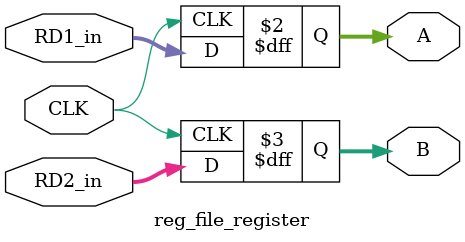
<source format=v>
`timescale 1ns / 1ps

module reg_file_register # ( parameter WL = 32 )
(
    input CLK,
    input [WL - 1 : 0] RD1_in,
    input [WL - 1 : 0] RD2_in,
    output reg [WL - 1 : 0] A,
    output reg [WL - 1 : 0] B
);
    always @ (posedge CLK)
    begin
        A <= RD1_in;
        B <= RD2_in;
    end
endmodule

</source>
